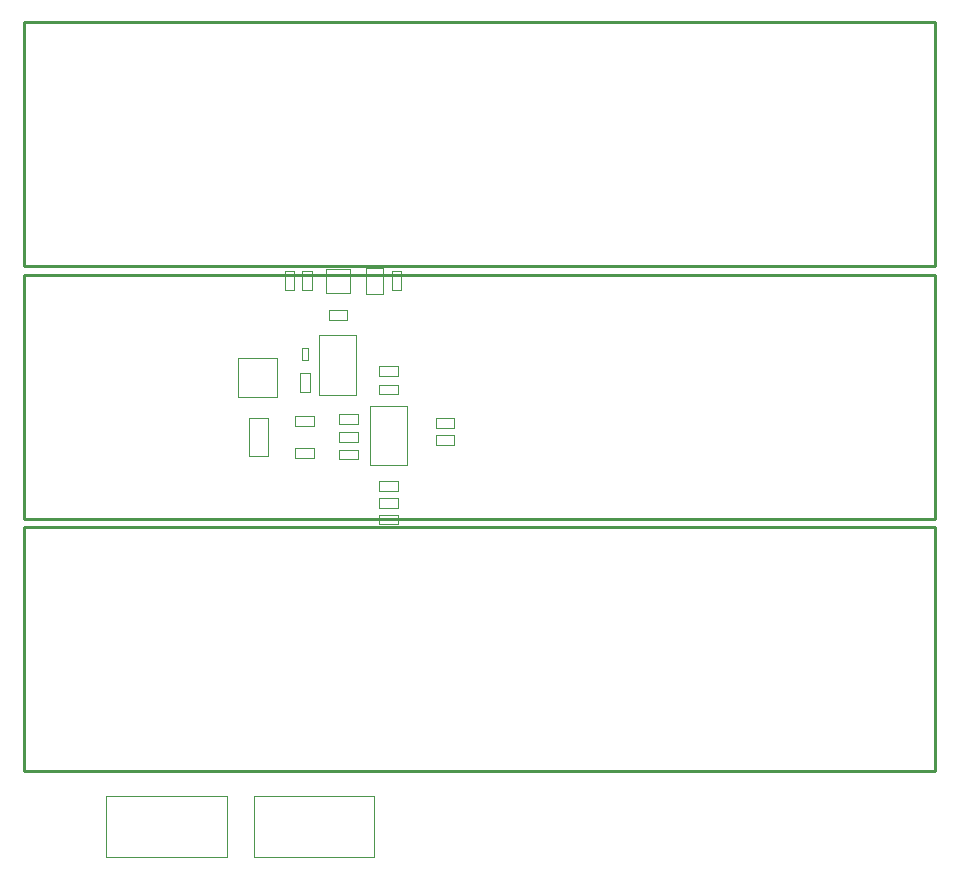
<source format=gbr>
%TF.GenerationSoftware,Altium Limited,Altium Designer,21.6.1 (37)*%
G04 Layer_Color=16711935*
%FSLAX45Y45*%
%MOMM*%
%TF.SameCoordinates,713E3131-B0EE-4415-9D9D-843BC13DAD56*%
%TF.FilePolarity,Positive*%
%TF.FileFunction,Other,Components*%
%TF.Part,Single*%
G01*
G75*
%TA.AperFunction,NonConductor*%
%ADD38C,0.10160*%
%ADD55C,0.25600*%
%ADD59C,0.05000*%
D38*
X2089995Y138497D02*
X3109994D01*
Y658493D01*
X2089995D02*
X3109994D01*
X2089995Y138497D02*
Y658493D01*
X2900977Y4920003D02*
Y5120001D01*
X2698980Y4920003D02*
X2900977D01*
X2698980D02*
Y5120001D01*
X2900977D01*
X839995Y138497D02*
X1859994D01*
Y658493D01*
X839995D02*
X1859994D01*
X839995Y138497D02*
Y658493D01*
D55*
X146805Y5147476D02*
Y7212492D01*
X7853157D01*
X146805Y5147476D02*
X7853157D01*
Y7212492D01*
X146805Y3007475D02*
Y5072491D01*
X7853157D01*
X146805Y3007475D02*
X7853157D01*
Y5072491D01*
X146805Y867476D02*
Y2932491D01*
X7853157D01*
X146805Y867476D02*
X7853157D01*
Y2932491D01*
D59*
X3787523Y3627499D02*
Y3712502D01*
X3632522Y3627499D02*
Y3712502D01*
Y3627499D02*
X3787523D01*
X3632522Y3712502D02*
X3787523D01*
X3632477Y3777498D02*
Y3862501D01*
X3787478Y3777498D02*
Y3862501D01*
X3632477D02*
X3787478D01*
X3632477Y3777498D02*
X3787478D01*
X3340000Y4940000D02*
Y5100000D01*
X3260000Y4940000D02*
Y5100000D01*
X3340000D01*
X3260000Y4940000D02*
X3340000D01*
X3037503Y4910004D02*
X3182506D01*
Y5130005D01*
X3037503Y4910004D02*
Y5130005D01*
X3182506D01*
X2430000Y4940000D02*
Y5100000D01*
X2350000Y4940000D02*
Y5100000D01*
X2430000D01*
X2350000Y4940000D02*
X2430000D01*
X2580000D02*
Y5100000D01*
X2500000Y4940000D02*
Y5100000D01*
X2580000D01*
X2500000Y4940000D02*
X2580000D01*
X2722500Y4770000D02*
X2882500D01*
X2722500Y4690000D02*
X2882500D01*
X2722500D02*
Y4770000D01*
X2882500Y4690000D02*
Y4770000D01*
X3152477Y3097499D02*
Y3182501D01*
X3307478Y3097499D02*
Y3182501D01*
X3152477D02*
X3307478D01*
X3152477Y3097499D02*
X3307478D01*
X3150000Y2960000D02*
X3310000D01*
X3150000Y3040000D02*
X3310000D01*
Y2960000D02*
Y3040000D01*
X3150000Y2960000D02*
Y3040000D01*
X3307523Y3237499D02*
Y3322502D01*
X3152522Y3237499D02*
Y3322502D01*
Y3237499D02*
X3307523D01*
X3152522Y3322502D02*
X3307523D01*
X3150000Y4140000D02*
X3310000D01*
X3150000Y4060000D02*
X3310000D01*
X3150000D02*
Y4140000D01*
X3310000Y4060000D02*
Y4140000D01*
X2495016Y4449990D02*
X2545019D01*
X2495016Y4349983D02*
Y4449990D01*
X2545019Y4349983D02*
Y4449990D01*
X2495016Y4349983D02*
X2545019D01*
X2810000Y3510000D02*
X2970000D01*
X2810000Y3590000D02*
X2970000D01*
Y3510000D02*
Y3590000D01*
X2810000Y3510000D02*
Y3590000D01*
X2597523Y3787499D02*
Y3872502D01*
X2442522Y3787499D02*
Y3872502D01*
Y3787499D02*
X2597523D01*
X2442522Y3872502D02*
X2597523D01*
Y3517499D02*
Y3602502D01*
X2442522Y3517499D02*
Y3602502D01*
Y3517499D02*
X2597523D01*
X2442522Y3602502D02*
X2597523D01*
X2810000Y3890000D02*
X2970000D01*
X2810000Y3810000D02*
X2970000D01*
X2810000D02*
Y3890000D01*
X2970000Y3810000D02*
Y3890000D01*
X1958500Y4367500D02*
X2288500D01*
X1958500Y4037500D02*
X2288500D01*
X1958500D02*
Y4367500D01*
X2288500Y4037500D02*
Y4367500D01*
X2049996Y3539982D02*
X2210004D01*
X2049996Y3859981D02*
X2210004D01*
X2049996Y3539982D02*
Y3859981D01*
X2210004Y3539982D02*
Y3859981D01*
X2477498Y4237523D02*
X2562501D01*
X2477498Y4082522D02*
X2562501D01*
Y4237523D01*
X2477498Y4082522D02*
Y4237523D01*
X2810000Y3660000D02*
X2970000D01*
X2810000Y3740000D02*
X2970000D01*
Y3660000D02*
Y3740000D01*
X2810000Y3660000D02*
Y3740000D01*
X3307523Y4217499D02*
Y4302502D01*
X3152522Y4217499D02*
Y4302502D01*
Y4217499D02*
X3307523D01*
X3152522Y4302502D02*
X3307523D01*
X3075000Y3457500D02*
X3385000D01*
X3075000Y3962500D02*
X3385000D01*
Y3457500D02*
Y3962500D01*
X3075000Y3457500D02*
Y3962500D01*
X2645000Y4057500D02*
X2955000D01*
X2645000Y4562500D02*
X2955000D01*
Y4057500D02*
Y4562500D01*
X2645000Y4057500D02*
Y4562500D01*
%TF.MD5,d45082004944f6c66febdd6430c06ef7*%
M02*

</source>
